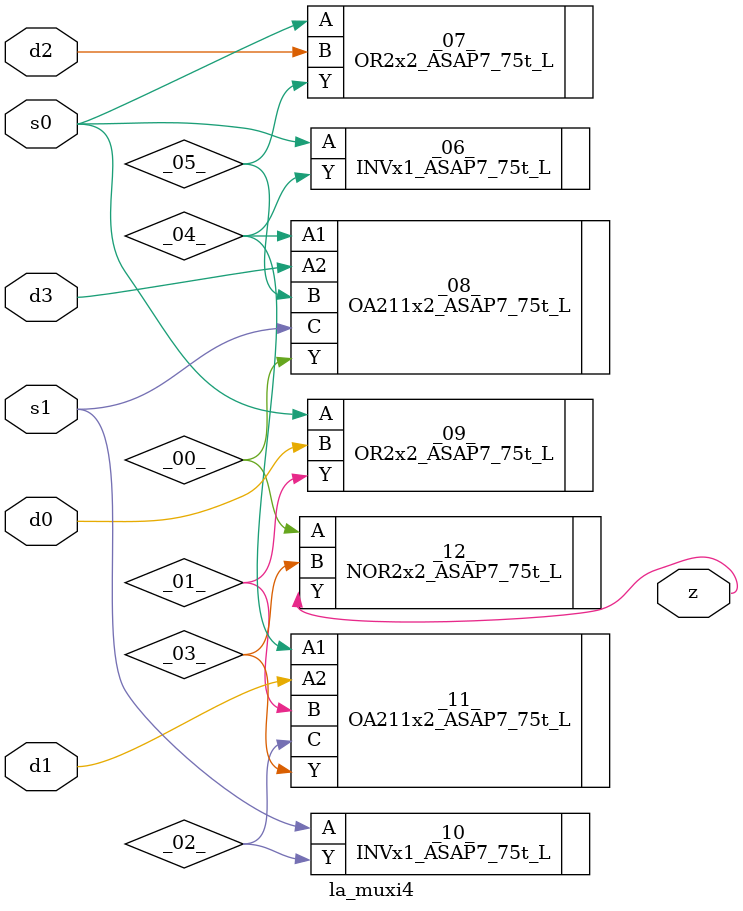
<source format=v>

/* Generated by Yosys 0.44 (git sha1 80ba43d26, g++ 11.4.0-1ubuntu1~22.04 -fPIC -O3) */

(* top =  1  *)
(* src = "inputs/la_muxi4.v:10.1-24.10" *)
module la_muxi4 (
    d0,
    d1,
    d2,
    d3,
    s0,
    s1,
    z
);
  wire _00_;
  wire _01_;
  wire _02_;
  wire _03_;
  wire _04_;
  wire _05_;
  (* src = "inputs/la_muxi4.v:13.12-13.14" *)
  input d0;
  wire d0;
  (* src = "inputs/la_muxi4.v:14.12-14.14" *)
  input d1;
  wire d1;
  (* src = "inputs/la_muxi4.v:15.12-15.14" *)
  input d2;
  wire d2;
  (* src = "inputs/la_muxi4.v:16.12-16.14" *)
  input d3;
  wire d3;
  (* src = "inputs/la_muxi4.v:17.12-17.14" *)
  input s0;
  wire s0;
  (* src = "inputs/la_muxi4.v:18.12-18.14" *)
  input s1;
  wire s1;
  (* src = "inputs/la_muxi4.v:19.12-19.13" *)
  output z;
  wire z;
  INVx1_ASAP7_75t_L _06_ (
      .A(s0),
      .Y(_04_)
  );
  OR2x2_ASAP7_75t_L _07_ (
      .A(s0),
      .B(d2),
      .Y(_05_)
  );
  OA211x2_ASAP7_75t_L _08_ (
      .A1(_04_),
      .A2(d3),
      .B (_05_),
      .C (s1),
      .Y (_00_)
  );
  OR2x2_ASAP7_75t_L _09_ (
      .A(s0),
      .B(d0),
      .Y(_01_)
  );
  INVx1_ASAP7_75t_L _10_ (
      .A(s1),
      .Y(_02_)
  );
  OA211x2_ASAP7_75t_L _11_ (
      .A1(_04_),
      .A2(d1),
      .B (_01_),
      .C (_02_),
      .Y (_03_)
  );
  NOR2x2_ASAP7_75t_L _12_ (
      .A(_00_),
      .B(_03_),
      .Y(z)
  );
endmodule

</source>
